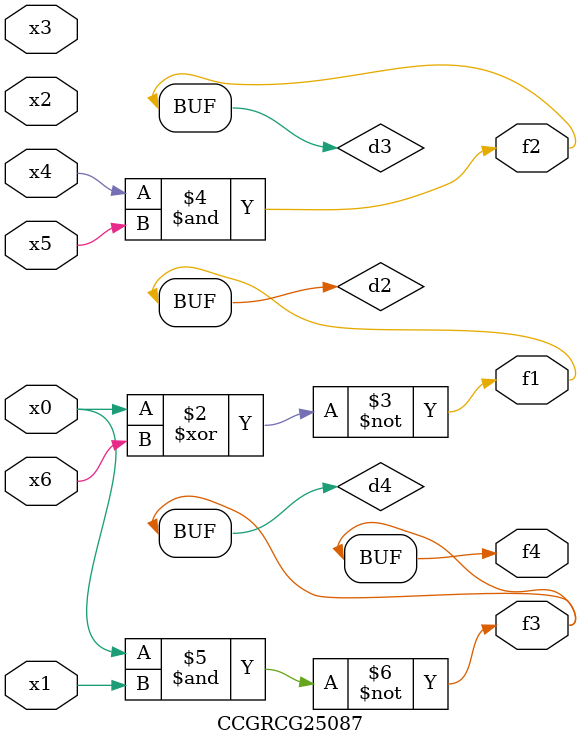
<source format=v>
module CCGRCG25087(
	input x0, x1, x2, x3, x4, x5, x6,
	output f1, f2, f3, f4
);

	wire d1, d2, d3, d4;

	nor (d1, x0);
	xnor (d2, x0, x6);
	and (d3, x4, x5);
	nand (d4, x0, x1);
	assign f1 = d2;
	assign f2 = d3;
	assign f3 = d4;
	assign f4 = d4;
endmodule

</source>
